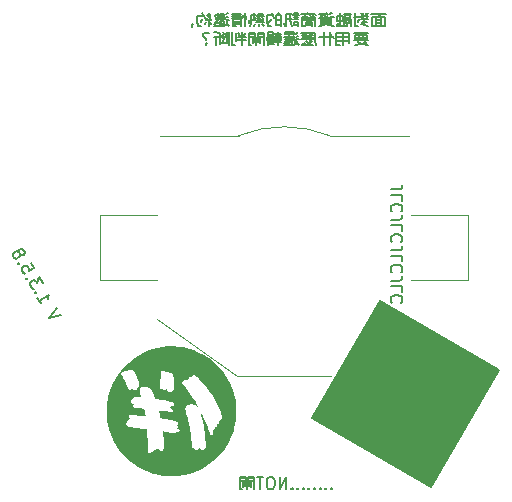
<source format=gbr>
%TF.GenerationSoftware,KiCad,Pcbnew,(6.0.5-0)*%
%TF.CreationDate,2022-06-08T15:30:44+08:00*%
%TF.ProjectId,dtl,64746c2e-6b69-4636-9164-5f7063625858,rev?*%
%TF.SameCoordinates,Original*%
%TF.FileFunction,Legend,Bot*%
%TF.FilePolarity,Positive*%
%FSLAX46Y46*%
G04 Gerber Fmt 4.6, Leading zero omitted, Abs format (unit mm)*
G04 Created by KiCad (PCBNEW (6.0.5-0)) date 2022-06-08 15:30:44*
%MOMM*%
%LPD*%
G01*
G04 APERTURE LIST*
%ADD10C,0.150000*%
%ADD11C,0.200000*%
%ADD12C,0.120000*%
G04 APERTURE END LIST*
D10*
X156652380Y-55380952D02*
X157366666Y-55380952D01*
X157509523Y-55333333D01*
X157604761Y-55238095D01*
X157652380Y-55095238D01*
X157652380Y-55000000D01*
X157652380Y-56333333D02*
X157652380Y-55857142D01*
X156652380Y-55857142D01*
X157557142Y-57238095D02*
X157604761Y-57190476D01*
X157652380Y-57047619D01*
X157652380Y-56952380D01*
X157604761Y-56809523D01*
X157509523Y-56714285D01*
X157414285Y-56666666D01*
X157223809Y-56619047D01*
X157080952Y-56619047D01*
X156890476Y-56666666D01*
X156795238Y-56714285D01*
X156700000Y-56809523D01*
X156652380Y-56952380D01*
X156652380Y-57047619D01*
X156700000Y-57190476D01*
X156747619Y-57238095D01*
X156652380Y-57952380D02*
X157366666Y-57952380D01*
X157509523Y-57904761D01*
X157604761Y-57809523D01*
X157652380Y-57666666D01*
X157652380Y-57571428D01*
X157652380Y-58904761D02*
X157652380Y-58428571D01*
X156652380Y-58428571D01*
X157557142Y-59809523D02*
X157604761Y-59761904D01*
X157652380Y-59619047D01*
X157652380Y-59523809D01*
X157604761Y-59380952D01*
X157509523Y-59285714D01*
X157414285Y-59238095D01*
X157223809Y-59190476D01*
X157080952Y-59190476D01*
X156890476Y-59238095D01*
X156795238Y-59285714D01*
X156700000Y-59380952D01*
X156652380Y-59523809D01*
X156652380Y-59619047D01*
X156700000Y-59761904D01*
X156747619Y-59809523D01*
X156652380Y-60523809D02*
X157366666Y-60523809D01*
X157509523Y-60476190D01*
X157604761Y-60380952D01*
X157652380Y-60238095D01*
X157652380Y-60142857D01*
X157652380Y-61476190D02*
X157652380Y-61000000D01*
X156652380Y-61000000D01*
X157557142Y-62380952D02*
X157604761Y-62333333D01*
X157652380Y-62190476D01*
X157652380Y-62095238D01*
X157604761Y-61952380D01*
X157509523Y-61857142D01*
X157414285Y-61809523D01*
X157223809Y-61761904D01*
X157080952Y-61761904D01*
X156890476Y-61809523D01*
X156795238Y-61857142D01*
X156700000Y-61952380D01*
X156652380Y-62095238D01*
X156652380Y-62190476D01*
X156700000Y-62333333D01*
X156747619Y-62380952D01*
X156652380Y-63095238D02*
X157366666Y-63095238D01*
X157509523Y-63047619D01*
X157604761Y-62952380D01*
X157652380Y-62809523D01*
X157652380Y-62714285D01*
X157652380Y-64047619D02*
X157652380Y-63571428D01*
X156652380Y-63571428D01*
X157557142Y-64952380D02*
X157604761Y-64904761D01*
X157652380Y-64761904D01*
X157652380Y-64666666D01*
X157604761Y-64523809D01*
X157509523Y-64428571D01*
X157414285Y-64380952D01*
X157223809Y-64333333D01*
X157080952Y-64333333D01*
X156890476Y-64380952D01*
X156795238Y-64428571D01*
X156700000Y-64523809D01*
X156652380Y-64666666D01*
X156652380Y-64761904D01*
X156700000Y-64904761D01*
X156747619Y-64952380D01*
X128750918Y-66012941D02*
X127718226Y-66224266D01*
X128417585Y-65435591D01*
X126742036Y-64533455D02*
X127027750Y-65028326D01*
X126884893Y-64780891D02*
X127750918Y-64280891D01*
X127674819Y-64434798D01*
X127639960Y-64564895D01*
X127646339Y-64671183D01*
X126610229Y-64114682D02*
X126545180Y-64097252D01*
X126527750Y-64162301D01*
X126592799Y-64179731D01*
X126610229Y-64114682D01*
X126527750Y-64162301D01*
X127203299Y-63332387D02*
X126893775Y-62796276D01*
X126730528Y-63275427D01*
X126659099Y-63151709D01*
X126570241Y-63093040D01*
X126505192Y-63075610D01*
X126398904Y-63081990D01*
X126192707Y-63201037D01*
X126134038Y-63289896D01*
X126116608Y-63354945D01*
X126122988Y-63461233D01*
X126265845Y-63708669D01*
X126354704Y-63767338D01*
X126419752Y-63784767D01*
X125895943Y-62877503D02*
X125830894Y-62860073D01*
X125813464Y-62925122D01*
X125878513Y-62942552D01*
X125895943Y-62877503D01*
X125813464Y-62925122D01*
X126203299Y-61600336D02*
X126441394Y-62012729D01*
X126052811Y-62292063D01*
X126070241Y-62227014D01*
X126063861Y-62120726D01*
X125944813Y-61914530D01*
X125855955Y-61855861D01*
X125790906Y-61838431D01*
X125684618Y-61844811D01*
X125478421Y-61963858D01*
X125419752Y-62052717D01*
X125402323Y-62117765D01*
X125408702Y-62224054D01*
X125527750Y-62430250D01*
X125616608Y-62488919D01*
X125681657Y-62506349D01*
X125181657Y-61640324D02*
X125116608Y-61622894D01*
X125099178Y-61687943D01*
X125164227Y-61705372D01*
X125181657Y-61640324D01*
X125099178Y-61687943D01*
X125284526Y-60866117D02*
X125373385Y-60924786D01*
X125438434Y-60942216D01*
X125544722Y-60935837D01*
X125585961Y-60912027D01*
X125644630Y-60823169D01*
X125662060Y-60758120D01*
X125655680Y-60651832D01*
X125560442Y-60486874D01*
X125471584Y-60428205D01*
X125406535Y-60410776D01*
X125300247Y-60417155D01*
X125259007Y-60440965D01*
X125200338Y-60529823D01*
X125182908Y-60594872D01*
X125189288Y-60701160D01*
X125284526Y-60866117D01*
X125290906Y-60972406D01*
X125273476Y-61037454D01*
X125214807Y-61126313D01*
X125049850Y-61221551D01*
X124943562Y-61227931D01*
X124878513Y-61210501D01*
X124789655Y-61151832D01*
X124694417Y-60986874D01*
X124688037Y-60880586D01*
X124705467Y-60815537D01*
X124764136Y-60726679D01*
X124929093Y-60631441D01*
X125035381Y-60625061D01*
X125100430Y-60642491D01*
X125189288Y-60701160D01*
X151633333Y-80657142D02*
X151585714Y-80704761D01*
X151633333Y-80752380D01*
X151680952Y-80704761D01*
X151633333Y-80657142D01*
X151633333Y-80752380D01*
X151157142Y-80657142D02*
X151109523Y-80704761D01*
X151157142Y-80752380D01*
X151204761Y-80704761D01*
X151157142Y-80657142D01*
X151157142Y-80752380D01*
X150680952Y-80657142D02*
X150633333Y-80704761D01*
X150680952Y-80752380D01*
X150728571Y-80704761D01*
X150680952Y-80657142D01*
X150680952Y-80752380D01*
X150204761Y-80657142D02*
X150157142Y-80704761D01*
X150204761Y-80752380D01*
X150252380Y-80704761D01*
X150204761Y-80657142D01*
X150204761Y-80752380D01*
X149728571Y-80657142D02*
X149680952Y-80704761D01*
X149728571Y-80752380D01*
X149776190Y-80704761D01*
X149728571Y-80657142D01*
X149728571Y-80752380D01*
X149252380Y-80657142D02*
X149204761Y-80704761D01*
X149252380Y-80752380D01*
X149300000Y-80704761D01*
X149252380Y-80657142D01*
X149252380Y-80752380D01*
X148776190Y-80657142D02*
X148728571Y-80704761D01*
X148776190Y-80752380D01*
X148823809Y-80704761D01*
X148776190Y-80657142D01*
X148776190Y-80752380D01*
X148300000Y-80657142D02*
X148252380Y-80704761D01*
X148300000Y-80752380D01*
X148347619Y-80704761D01*
X148300000Y-80657142D01*
X148300000Y-80752380D01*
X147823809Y-80752380D02*
X147823809Y-79752380D01*
X147252380Y-80752380D01*
X147252380Y-79752380D01*
X146585714Y-79752380D02*
X146395238Y-79752380D01*
X146300000Y-79800000D01*
X146204761Y-79895238D01*
X146157142Y-80085714D01*
X146157142Y-80419047D01*
X146204761Y-80609523D01*
X146300000Y-80704761D01*
X146395238Y-80752380D01*
X146585714Y-80752380D01*
X146680952Y-80704761D01*
X146776190Y-80609523D01*
X146823809Y-80419047D01*
X146823809Y-80085714D01*
X146776190Y-79895238D01*
X146680952Y-79800000D01*
X146585714Y-79752380D01*
X145871428Y-79752380D02*
X145300000Y-79752380D01*
X145585714Y-80752380D02*
X145585714Y-79752380D01*
X145109523Y-79847619D02*
X144633333Y-79847619D01*
X144395238Y-79847619D02*
X143871428Y-79847619D01*
X145109523Y-80038095D02*
X144633333Y-80038095D01*
X144395238Y-80038095D02*
X143871428Y-80038095D01*
X144823809Y-80323809D02*
X144157142Y-80323809D01*
X144823809Y-80514285D02*
X144157142Y-80514285D01*
X144061904Y-80752380D02*
X143871428Y-80752380D01*
X145109523Y-79704761D02*
X145109523Y-80752380D01*
X144823809Y-80180952D02*
X144823809Y-80561904D01*
X145109523Y-79704761D02*
X144585714Y-79704761D01*
X144585714Y-80038095D01*
X144490476Y-80180952D02*
X144490476Y-80752380D01*
X144395238Y-79704761D02*
X144395238Y-80038095D01*
X144823809Y-80180952D02*
X144157142Y-80180952D01*
X144157142Y-80561904D01*
X144395238Y-79704761D02*
X143871428Y-79704761D01*
X143871428Y-80752380D01*
X156247619Y-40499761D02*
X155009523Y-40499761D01*
X155866666Y-41023571D02*
X155390476Y-41023571D01*
X155866666Y-41261666D02*
X155390476Y-41261666D01*
X156152380Y-41499761D02*
X155104761Y-41499761D01*
X156152380Y-40785476D02*
X156152380Y-41547380D01*
X155866666Y-40785476D02*
X155866666Y-41499761D01*
X155390476Y-40785476D02*
X155390476Y-41499761D01*
X156152380Y-40785476D02*
X155104761Y-40785476D01*
X155104761Y-41547380D01*
X155628571Y-40499761D02*
X155723809Y-40737857D01*
X154771428Y-40690238D02*
X154057142Y-40737857D01*
X153533333Y-40785476D01*
X154723809Y-40975952D02*
X154152380Y-40975952D01*
X154676190Y-41214047D02*
X154200000Y-41214047D01*
X153914285Y-41547380D02*
X153723809Y-41547380D01*
X154533333Y-40404523D02*
X154533333Y-40690238D01*
X154438095Y-40975952D02*
X154438095Y-41452142D01*
X154342857Y-40404523D02*
X154342857Y-40690238D01*
X153676190Y-40404523D02*
X153676190Y-41547380D01*
X154723809Y-40452142D02*
X154676190Y-40642619D01*
X154628571Y-40737857D02*
X154580952Y-40928333D01*
X154009523Y-40975952D02*
X153866666Y-41214047D01*
X154152380Y-40452142D02*
X154247619Y-40642619D01*
X154247619Y-40737857D02*
X154295238Y-40928333D01*
X154152380Y-41404523D02*
X154771428Y-41499761D01*
X153295238Y-40499761D02*
X152676190Y-40499761D01*
X153200000Y-40833095D02*
X152771428Y-40833095D01*
X152580952Y-41118809D02*
X152104761Y-41118809D01*
X152914285Y-41166428D02*
X152676190Y-41166428D01*
X153152380Y-41261666D02*
X152819047Y-41261666D01*
X152866666Y-41547380D02*
X152676190Y-41547380D01*
X153295238Y-40975952D02*
X153295238Y-41547380D01*
X153200000Y-40642619D02*
X153200000Y-40833095D01*
X152961904Y-41261666D02*
X152961904Y-41499761D01*
X153200000Y-40642619D02*
X152771428Y-40642619D01*
X152771428Y-40833095D01*
X153295238Y-40975952D02*
X152676190Y-40975952D01*
X152676190Y-41547380D01*
X152580952Y-40690238D02*
X152580952Y-41118809D01*
X152342857Y-40404523D02*
X152342857Y-41499761D01*
X152580952Y-40690238D02*
X152104761Y-40690238D01*
X152104761Y-41118809D01*
X152914285Y-40975952D02*
X152914285Y-41166428D01*
X153057142Y-40975952D02*
X153104761Y-41166428D01*
X152200000Y-41261666D02*
X152104761Y-41499761D01*
X152628571Y-41499761D01*
X151628571Y-41023571D02*
X150771428Y-41023571D01*
X151628571Y-41214047D02*
X150771428Y-41214047D01*
X151628571Y-41356904D02*
X150771428Y-41356904D01*
X151628571Y-40880714D02*
X151628571Y-41356904D01*
X151628571Y-40880714D02*
X150771428Y-40880714D01*
X150723809Y-41356904D01*
X150961904Y-40595000D02*
X150866666Y-40737857D01*
X150628571Y-40833095D01*
X151247619Y-40547380D02*
X150628571Y-40547380D01*
X150771428Y-40642619D01*
X151152380Y-40404523D02*
X151390476Y-40642619D01*
X151723809Y-40452142D02*
X151438095Y-40547380D01*
X151009523Y-41452142D02*
X150580952Y-41547380D01*
X151485714Y-40737857D02*
X151819047Y-40785476D01*
X151009523Y-40547380D02*
X151152380Y-40737857D01*
X151390476Y-40785476D01*
X151390476Y-41452142D02*
X151819047Y-41547380D01*
X150200000Y-40547380D02*
X149771428Y-40547380D01*
X149676190Y-40547380D02*
X149104761Y-40547380D01*
X150247619Y-40880714D02*
X149819047Y-40880714D01*
X149628571Y-40880714D02*
X149152380Y-40880714D01*
X150247619Y-41023571D02*
X149819047Y-41023571D01*
X149628571Y-41023571D02*
X149152380Y-41023571D01*
X149961904Y-41309285D02*
X149485714Y-41309285D01*
X149961904Y-41452142D02*
X149485714Y-41452142D01*
X149390476Y-41547380D02*
X149152380Y-41547380D01*
X150247619Y-40737857D02*
X150247619Y-41547380D01*
X149961904Y-41166428D02*
X149961904Y-41499761D01*
X150247619Y-40737857D02*
X149819047Y-40737857D01*
X149819047Y-41023571D01*
X149628571Y-40737857D02*
X149628571Y-41023571D01*
X149961904Y-41166428D02*
X149485714Y-41166428D01*
X149485714Y-41452142D01*
X149628571Y-40737857D02*
X149152380Y-40737857D01*
X149152380Y-41547380D01*
X150104761Y-40547380D02*
X150057142Y-40642619D01*
X149533333Y-40547380D02*
X149390476Y-40642619D01*
X150200000Y-40499761D02*
X150342857Y-40642619D01*
X149580952Y-40452142D02*
X149819047Y-40642619D01*
X148819047Y-40452142D02*
X148485714Y-40452142D01*
X148866666Y-40642619D02*
X148390476Y-40642619D01*
X148819047Y-40785476D02*
X148438095Y-40785476D01*
X148342857Y-40928333D02*
X147914285Y-40928333D01*
X148819047Y-40975952D02*
X148438095Y-40975952D01*
X148819047Y-41452142D02*
X148438095Y-41452142D01*
X148819047Y-41166428D02*
X148819047Y-41547380D01*
X148819047Y-41166428D02*
X148438095Y-41166428D01*
X148438095Y-41452142D01*
X148152380Y-40499761D02*
X148152380Y-41118809D01*
X148342857Y-41499761D01*
X148342857Y-40499761D02*
X147771428Y-40499761D01*
X147771428Y-41261666D01*
X147771428Y-41499761D01*
X147628571Y-41309285D02*
X147676190Y-41547380D01*
X148152380Y-40833095D02*
X148200000Y-41356904D01*
X147390476Y-41023571D02*
X146914285Y-41023571D01*
X147390476Y-41452142D02*
X146914285Y-41452142D01*
X146533333Y-41547380D02*
X146247619Y-41547380D01*
X147390476Y-40642619D02*
X147390476Y-41547380D01*
X147390476Y-40642619D02*
X146914285Y-40642619D01*
X146914285Y-41452142D01*
X146628571Y-40928333D02*
X146390476Y-41214047D01*
X147152380Y-40404523D02*
X147247619Y-40642619D01*
X146580952Y-40404523D02*
X146819047Y-40880714D01*
X146676190Y-40642619D02*
X146152380Y-40642619D01*
X146152380Y-41118809D01*
X146247619Y-41547380D01*
X145819047Y-40547380D02*
X145390476Y-40547380D01*
X145914285Y-40690238D02*
X145342857Y-40690238D01*
X145485714Y-40880714D02*
X145342857Y-40880714D01*
X145866666Y-41023571D02*
X145342857Y-41023571D01*
X145914285Y-41214047D02*
X145580952Y-41214047D01*
X144819047Y-41261666D02*
X144676190Y-41261666D01*
X145485714Y-41356904D02*
X145485714Y-41547380D01*
X145247619Y-40642619D02*
X144819047Y-40642619D01*
X144819047Y-41214047D01*
X144866666Y-41356904D02*
X144723809Y-41547380D01*
X145057142Y-40404523D02*
X145057142Y-40880714D01*
X144961904Y-41023571D01*
X145771428Y-41404523D02*
X145914285Y-41547380D01*
X145723809Y-40785476D02*
X145866666Y-40928333D01*
X145200000Y-41356904D02*
X145104761Y-41547380D01*
X145247619Y-40833095D02*
X145057142Y-40928333D01*
X145628571Y-40404523D02*
X145580952Y-40690238D01*
X145485714Y-40880714D01*
X144676190Y-41023571D02*
X144676190Y-41261666D01*
X145247619Y-41214047D02*
X145342857Y-41214047D01*
X145628571Y-41214047D01*
X145057142Y-40547380D02*
X145152380Y-41071190D01*
X145628571Y-40880714D02*
X145533333Y-41214047D01*
X145771428Y-41214047D01*
X144009523Y-40547380D02*
X143247619Y-40547380D01*
X144009523Y-40690238D02*
X143247619Y-40690238D01*
X144057142Y-40833095D02*
X143200000Y-40833095D01*
X143961904Y-41166428D02*
X143342857Y-41166428D01*
X143961904Y-41356904D02*
X143342857Y-41356904D01*
X143533333Y-41547380D02*
X143342857Y-41547380D01*
X144295238Y-40404523D02*
X144295238Y-41547380D01*
X143961904Y-40975952D02*
X143961904Y-41547380D01*
X143628571Y-40404523D02*
X143628571Y-40833095D01*
X143961904Y-40975952D02*
X143342857Y-40975952D01*
X143342857Y-41547380D01*
X144152380Y-40642619D02*
X144152380Y-40785476D01*
X144390476Y-40690238D02*
X144438095Y-40975952D01*
X142580952Y-40690238D02*
X142247619Y-40690238D01*
X142580952Y-40833095D02*
X142247619Y-40833095D01*
X142676190Y-40975952D02*
X142200000Y-40975952D01*
X142533333Y-41547380D02*
X141723809Y-41547380D01*
X142580952Y-40547380D02*
X142580952Y-40833095D01*
X142580952Y-40547380D02*
X142247619Y-40547380D01*
X142247619Y-40833095D01*
X141914285Y-41214047D02*
X141723809Y-41404523D01*
X142961904Y-41023571D02*
X142771428Y-41023571D01*
X142771428Y-41356904D01*
X142961904Y-41547380D01*
X141961904Y-41166428D02*
X142200000Y-41404523D01*
X142009523Y-40928333D02*
X141819047Y-41356904D01*
X142914285Y-40452142D02*
X142723809Y-40547380D01*
X142914285Y-40737857D02*
X142723809Y-40785476D01*
X141866666Y-40880714D02*
X142057142Y-41309285D01*
X142438095Y-40404523D02*
X142438095Y-40547380D01*
X142295238Y-41404523D02*
X142438095Y-41404523D01*
X142104761Y-40690238D02*
X141914285Y-41214047D01*
X142104761Y-40690238D02*
X141771428Y-40642619D01*
X141961904Y-41214047D01*
X142438095Y-40833095D02*
X142438095Y-40975952D01*
X142580952Y-41356904D01*
X142057142Y-40404523D02*
X142200000Y-40928333D01*
X142771428Y-41404523D02*
X142580952Y-41499761D01*
X142247619Y-41547380D01*
X142485714Y-41118809D02*
X142247619Y-41118809D01*
X142295238Y-41404523D01*
X141485714Y-41023571D02*
X141057142Y-41023571D01*
X140628571Y-41547380D02*
X140342857Y-41547380D01*
X141247619Y-41023571D02*
X141247619Y-41547380D01*
X141390476Y-40690238D02*
X141247619Y-40785476D01*
X141438095Y-41023571D01*
X141057142Y-41166428D02*
X140961904Y-41356904D01*
X141104761Y-40833095D02*
X141009523Y-41071190D01*
X140676190Y-40975952D02*
X140580952Y-41214047D01*
X141295238Y-40404523D02*
X141390476Y-40690238D01*
X141104761Y-40595000D02*
X141247619Y-40785476D01*
X140723809Y-40404523D02*
X140914285Y-40833095D01*
X141390476Y-41166428D02*
X141485714Y-41404523D01*
X140819047Y-40690238D02*
X140247619Y-40690238D01*
X140247619Y-41118809D01*
X140342857Y-41547380D01*
X139866666Y-41356904D02*
X139819047Y-41404523D01*
X139866666Y-41452142D01*
X139914285Y-41404523D01*
X139866666Y-41356904D01*
X139866666Y-41452142D01*
X139819047Y-41404523D02*
X139819047Y-41547380D01*
X139866666Y-41595000D01*
X154723809Y-42109761D02*
X153580952Y-42109761D01*
X154676190Y-42538333D02*
X153628571Y-42538333D01*
X154771428Y-42728809D02*
X153533333Y-42728809D01*
X154676190Y-42300238D02*
X154676190Y-42538333D01*
X154342857Y-42109761D02*
X154342857Y-42538333D01*
X153961904Y-42109761D02*
X153961904Y-42538333D01*
X154676190Y-42300238D02*
X153628571Y-42300238D01*
X153628571Y-42538333D01*
X153819047Y-42728809D02*
X154009523Y-42966904D01*
X154200000Y-43062142D01*
X154771428Y-43157380D01*
X154295238Y-42633571D02*
X154580952Y-42966904D01*
X153628571Y-43109761D01*
X153104761Y-42443095D02*
X152057142Y-42443095D01*
X153104761Y-42776428D02*
X152057142Y-42776428D01*
X152342857Y-43157380D02*
X152057142Y-43157380D01*
X152628571Y-42109761D02*
X152628571Y-43157380D01*
X153104761Y-42109761D02*
X152057142Y-42109761D01*
X152057142Y-43157380D01*
X153104761Y-42109761D02*
X153104761Y-42728809D01*
X153152380Y-43014523D01*
X151438095Y-42490714D02*
X150580952Y-42490714D01*
X151533333Y-42252619D02*
X151533333Y-43157380D01*
X151009523Y-42014523D02*
X151009523Y-43157380D01*
X151580952Y-42347857D02*
X151819047Y-42538333D01*
X151485714Y-42014523D02*
X151628571Y-42347857D01*
X150247619Y-42157380D02*
X149104761Y-42157380D01*
X150104761Y-42300238D02*
X149723809Y-42300238D01*
X149580952Y-42300238D02*
X149152380Y-42300238D01*
X149247619Y-42633571D02*
X149104761Y-42633571D01*
X150104761Y-43157380D02*
X149152380Y-43157380D01*
X149914285Y-42205000D02*
X149914285Y-42633571D01*
X149723809Y-42395476D02*
X149723809Y-42585952D01*
X149676190Y-42014523D02*
X149676190Y-42157380D01*
X149390476Y-42205000D02*
X149390476Y-42633571D01*
X149200000Y-42395476D02*
X149200000Y-42633571D01*
X149295238Y-43014523D02*
X149152380Y-43157380D01*
X149438095Y-42966904D02*
X149295238Y-43014523D01*
X149723809Y-42681190D02*
X149914285Y-42871666D01*
X149485714Y-42776428D02*
X149676190Y-42966904D01*
X150009523Y-42824047D02*
X149771428Y-42966904D01*
X149723809Y-43014523D02*
X149914285Y-43109761D01*
X150057142Y-42443095D02*
X150104761Y-42681190D01*
X149580952Y-42395476D02*
X149580952Y-42633571D01*
X150247619Y-42157380D02*
X150247619Y-42776428D01*
X150295238Y-43157380D01*
X148485714Y-42252619D02*
X147676190Y-42252619D01*
X148057142Y-42490714D02*
X147628571Y-42490714D01*
X148057142Y-42633571D02*
X147676190Y-42633571D01*
X148580952Y-42728809D02*
X148200000Y-42728809D01*
X148057142Y-42824047D02*
X147676190Y-42824047D01*
X148057142Y-42966904D02*
X147628571Y-42966904D01*
X148438095Y-43157380D02*
X147628571Y-43157380D01*
X148485714Y-42062142D02*
X148485714Y-42252619D01*
X148342857Y-42681190D02*
X148342857Y-43062142D01*
X148009523Y-42395476D02*
X148009523Y-43062142D01*
X147819047Y-42395476D02*
X147819047Y-42966904D01*
X148819047Y-42062142D02*
X148676190Y-42205000D01*
X148295238Y-42585952D02*
X148152380Y-42728809D01*
X148533333Y-42443095D02*
X148390476Y-42538333D01*
X148819047Y-42347857D02*
X148676190Y-42443095D01*
X148866666Y-42633571D02*
X148676190Y-42633571D01*
X148723809Y-43014523D01*
X148866666Y-43157380D01*
X148390476Y-42347857D02*
X148485714Y-42443095D01*
X148247619Y-42443095D02*
X148533333Y-42681190D01*
X148247619Y-42776428D02*
X148200000Y-42919285D01*
X148533333Y-42776428D02*
X148533333Y-42966904D01*
X148009523Y-42300238D02*
X148152380Y-42585952D01*
X148247619Y-42062142D02*
X148247619Y-42252619D01*
X147961904Y-42062142D02*
X147961904Y-42252619D01*
X148485714Y-42062142D02*
X147676190Y-42062142D01*
X147723809Y-42252619D01*
X148723809Y-43014523D02*
X148485714Y-43109761D01*
X148200000Y-43157380D01*
X147390476Y-42205000D02*
X146819047Y-42205000D01*
X146723809Y-42300238D02*
X146247619Y-42300238D01*
X147342857Y-42538333D02*
X146866666Y-42538333D01*
X146676190Y-42633571D02*
X146247619Y-42633571D01*
X147342857Y-42728809D02*
X146866666Y-42728809D01*
X146676190Y-42824047D02*
X146247619Y-42824047D01*
X147390476Y-42919285D02*
X146819047Y-42919285D01*
X146723809Y-43014523D02*
X146247619Y-43014523D01*
X146819047Y-43062142D02*
X146390476Y-43062142D01*
X147342857Y-42347857D02*
X147342857Y-42728809D01*
X147104761Y-42014523D02*
X147104761Y-43157380D01*
X147342857Y-42347857D02*
X146866666Y-42347857D01*
X146866666Y-42728809D01*
X146723809Y-42062142D02*
X146723809Y-42300238D01*
X146676190Y-42443095D02*
X146676190Y-43014523D01*
X146771428Y-42443095D02*
X146200000Y-42443095D01*
X146247619Y-43157380D01*
X146723809Y-42062142D02*
X146247619Y-42062142D01*
X146247619Y-42300238D01*
X145914285Y-42252619D02*
X145438095Y-42252619D01*
X145200000Y-42252619D02*
X144676190Y-42252619D01*
X145914285Y-42443095D02*
X145438095Y-42443095D01*
X145200000Y-42443095D02*
X144676190Y-42443095D01*
X145628571Y-42728809D02*
X144961904Y-42728809D01*
X145628571Y-42919285D02*
X144961904Y-42919285D01*
X144866666Y-43157380D02*
X144676190Y-43157380D01*
X145914285Y-42109761D02*
X145914285Y-43157380D01*
X145628571Y-42585952D02*
X145628571Y-42966904D01*
X145914285Y-42109761D02*
X145390476Y-42109761D01*
X145390476Y-42443095D01*
X145295238Y-42585952D02*
X145295238Y-43157380D01*
X145200000Y-42109761D02*
X145200000Y-42443095D01*
X145628571Y-42585952D02*
X144961904Y-42585952D01*
X144961904Y-42966904D01*
X145200000Y-42109761D02*
X144676190Y-42109761D01*
X144676190Y-43157380D01*
X144390476Y-42443095D02*
X143723809Y-42443095D01*
X144438095Y-42728809D02*
X143676190Y-42728809D01*
X143485714Y-43157380D02*
X143200000Y-43157380D01*
X144057142Y-42014523D02*
X144057142Y-43157380D01*
X143580952Y-42157380D02*
X143580952Y-42824047D01*
X143200000Y-42062142D02*
X143200000Y-43157380D01*
X144342857Y-42109761D02*
X144247619Y-42347857D01*
X143771428Y-42109761D02*
X143866666Y-42347857D01*
X142914285Y-42395476D02*
X142628571Y-42395476D01*
X142580952Y-42395476D02*
X142295238Y-42395476D01*
X142200000Y-42490714D02*
X141723809Y-42490714D01*
X142961904Y-42490714D02*
X142295238Y-42490714D01*
X142580952Y-42966904D02*
X142295238Y-42966904D01*
X142961904Y-43014523D02*
X142342857Y-43014523D01*
X142961904Y-42062142D02*
X142961904Y-43109761D01*
X141866666Y-42490714D02*
X141866666Y-43157380D01*
X142866666Y-42205000D02*
X142771428Y-42300238D01*
X142866666Y-42681190D02*
X142771428Y-42824047D01*
X142771428Y-42062142D02*
X142819047Y-42205000D01*
X142914285Y-42966904D02*
X142676190Y-42919285D01*
X142676190Y-42966904D01*
X142723809Y-42157380D02*
X142819047Y-42395476D01*
X142771428Y-42585952D02*
X142771428Y-42681190D01*
X142819047Y-42919285D01*
X142485714Y-42062142D02*
X142533333Y-42205000D01*
X142438095Y-42252619D01*
X142485714Y-42395476D01*
X142485714Y-42538333D02*
X142533333Y-42681190D01*
X142438095Y-42776428D01*
X142485714Y-42919285D01*
X141723809Y-42062142D02*
X142200000Y-42157380D01*
X142200000Y-42776428D01*
X142247619Y-43062142D01*
X141057142Y-43014523D02*
X141009523Y-43062142D01*
X141057142Y-43109761D01*
X141104761Y-43062142D01*
X141057142Y-43014523D01*
X141057142Y-43109761D01*
X141247619Y-42157380D02*
X141152380Y-42109761D01*
X140914285Y-42109761D01*
X140819047Y-42157380D01*
X140771428Y-42252619D01*
X140771428Y-42347857D01*
X140819047Y-42443095D01*
X140866666Y-42490714D01*
X140961904Y-42538333D01*
X141009523Y-42585952D01*
X141057142Y-42681190D01*
X141057142Y-42728809D01*
D11*
G36*
X165837348Y-70633925D02*
G01*
X160096949Y-80576589D01*
X150000305Y-74747289D01*
X155740705Y-64804625D01*
X165837348Y-70633925D01*
G37*
X165837348Y-70633925D02*
X160096949Y-80576589D01*
X150000305Y-74747289D01*
X155740705Y-64804625D01*
X165837348Y-70633925D01*
%TO.C,G\u002A\u002A\u002A*%
G36*
X143562611Y-74802680D02*
G01*
X143542427Y-74969240D01*
X143513913Y-75136948D01*
X143475834Y-75316295D01*
X143426952Y-75517770D01*
X143407911Y-75591647D01*
X143349087Y-75801286D01*
X143286369Y-75993433D01*
X143214853Y-76181276D01*
X143129639Y-76377999D01*
X143025825Y-76596789D01*
X142851419Y-76924086D01*
X142597620Y-77322499D01*
X142312266Y-77694782D01*
X141997398Y-78039514D01*
X141655055Y-78355275D01*
X141287279Y-78640644D01*
X140896110Y-78894201D01*
X140483589Y-79114525D01*
X140051756Y-79300197D01*
X139602652Y-79449795D01*
X139138317Y-79561901D01*
X138660792Y-79635092D01*
X138597596Y-79640642D01*
X138461418Y-79647187D01*
X138298486Y-79650166D01*
X138118550Y-79649792D01*
X137931357Y-79646282D01*
X137746656Y-79639849D01*
X137574197Y-79630711D01*
X137423727Y-79619081D01*
X137304995Y-79605174D01*
X137162478Y-79580839D01*
X136967453Y-79540773D01*
X136761955Y-79492466D01*
X136559123Y-79439220D01*
X136372093Y-79384334D01*
X136214003Y-79331109D01*
X136163356Y-79311891D01*
X135987807Y-79238706D01*
X135794995Y-79150132D01*
X135596397Y-79051971D01*
X135403487Y-78950026D01*
X135227744Y-78850101D01*
X135080642Y-78757998D01*
X135054507Y-78740419D01*
X134658825Y-78448282D01*
X134294936Y-78128907D01*
X133963624Y-77783183D01*
X133665674Y-77411996D01*
X133401868Y-77016236D01*
X133172990Y-76596789D01*
X133137011Y-76522666D01*
X133039761Y-76312471D01*
X132959523Y-76120069D01*
X132891395Y-75932276D01*
X132830476Y-75735904D01*
X132771863Y-75517770D01*
X132756041Y-75454607D01*
X132712565Y-75270059D01*
X134274899Y-75270059D01*
X134280812Y-75313686D01*
X134296604Y-75351498D01*
X134325204Y-75384469D01*
X134369540Y-75413572D01*
X134432539Y-75439781D01*
X134517129Y-75464070D01*
X134626237Y-75487414D01*
X134762792Y-75510784D01*
X134929720Y-75535157D01*
X135129950Y-75561504D01*
X135366410Y-75590801D01*
X135642026Y-75624021D01*
X135674692Y-75628005D01*
X135783135Y-75642211D01*
X135876718Y-75655913D01*
X135946357Y-75667718D01*
X135982970Y-75676237D01*
X135999783Y-75684900D01*
X136015275Y-75704619D01*
X136025821Y-75741693D01*
X136033555Y-75804451D01*
X136040610Y-75901224D01*
X136047165Y-76005164D01*
X136063456Y-76276593D01*
X136076151Y-76511891D01*
X136085413Y-76715555D01*
X136091403Y-76892084D01*
X136094285Y-77045975D01*
X136094221Y-77181725D01*
X136091375Y-77303833D01*
X136088171Y-77395523D01*
X136085515Y-77493928D01*
X136085722Y-77562310D01*
X136089534Y-77607881D01*
X136097691Y-77637854D01*
X136110934Y-77659441D01*
X136130004Y-77679854D01*
X136130221Y-77680071D01*
X136181798Y-77715447D01*
X136235187Y-77730151D01*
X136236337Y-77730137D01*
X136283195Y-77716059D01*
X136334947Y-77683229D01*
X136376828Y-77643087D01*
X136394070Y-77607072D01*
X136394359Y-77605241D01*
X136416442Y-77586770D01*
X136462919Y-77568741D01*
X136512968Y-77545220D01*
X136563544Y-77483012D01*
X136564481Y-77481060D01*
X136585207Y-77445361D01*
X136612203Y-77424125D01*
X136657472Y-77411620D01*
X136733019Y-77402118D01*
X136801055Y-77392212D01*
X136872122Y-77375673D01*
X136917636Y-77357677D01*
X136962736Y-77334107D01*
X137011518Y-77330763D01*
X137052708Y-77363077D01*
X137093420Y-77434143D01*
X137125375Y-77490482D01*
X137179712Y-77544905D01*
X137237375Y-77561298D01*
X137295475Y-77541826D01*
X137351125Y-77488654D01*
X137401436Y-77403947D01*
X137443518Y-77289868D01*
X137474485Y-77148583D01*
X137477637Y-77126983D01*
X137484253Y-77056479D01*
X137486045Y-76975186D01*
X137482652Y-76877939D01*
X137473712Y-76759569D01*
X137458864Y-76614911D01*
X137437748Y-76438798D01*
X137410001Y-76226064D01*
X137403006Y-76173803D01*
X137387084Y-76052856D01*
X137376704Y-75966381D01*
X137371799Y-75908827D01*
X137372305Y-75874642D01*
X137378154Y-75858277D01*
X137389281Y-75854180D01*
X137405621Y-75856800D01*
X137407308Y-75857168D01*
X137532467Y-75883436D01*
X137669427Y-75910483D01*
X137811518Y-75937172D01*
X137952073Y-75962364D01*
X138084424Y-75984924D01*
X138201902Y-76003714D01*
X138297841Y-76017597D01*
X138365571Y-76025436D01*
X138398425Y-76026094D01*
X138436586Y-76005268D01*
X138471177Y-75958515D01*
X138472256Y-75955726D01*
X138496142Y-75919015D01*
X138528684Y-75918540D01*
X138543967Y-75924383D01*
X138629668Y-75945937D01*
X138693348Y-75937081D01*
X138742232Y-75897087D01*
X138745731Y-75892557D01*
X138775626Y-75845707D01*
X138787898Y-75811109D01*
X138777131Y-75757806D01*
X138734031Y-75693861D01*
X138668558Y-75653154D01*
X138632917Y-75640381D01*
X138593960Y-75616149D01*
X138588464Y-75582188D01*
X138611104Y-75526786D01*
X138611135Y-75526723D01*
X138632287Y-75477141D01*
X138631589Y-75441068D01*
X138608603Y-75395477D01*
X138605805Y-75390729D01*
X138584626Y-75348588D01*
X138587641Y-75320316D01*
X138616262Y-75285662D01*
X138620240Y-75281224D01*
X138652837Y-75216476D01*
X138657474Y-75142614D01*
X138632645Y-75078650D01*
X138624013Y-75070192D01*
X138570544Y-75042285D01*
X138476144Y-75010391D01*
X138341727Y-74974736D01*
X138168205Y-74935550D01*
X137956491Y-74893060D01*
X137707497Y-74847494D01*
X137614273Y-74830896D01*
X137482726Y-74806746D01*
X137369200Y-74785031D01*
X137279632Y-74766925D01*
X137219957Y-74753605D01*
X137196110Y-74746244D01*
X137192897Y-74740052D01*
X137180835Y-74700276D01*
X137163869Y-74632109D01*
X137143809Y-74544260D01*
X137122465Y-74445436D01*
X137101651Y-74344344D01*
X137083176Y-74249691D01*
X137068853Y-74170186D01*
X137060492Y-74114537D01*
X137059905Y-74091449D01*
X137074540Y-74091131D01*
X137126167Y-74095854D01*
X137209398Y-74105654D01*
X137318468Y-74119805D01*
X137447613Y-74137582D01*
X137591069Y-74158260D01*
X137717424Y-74176704D01*
X137862730Y-74196917D01*
X137974555Y-74210288D01*
X138057792Y-74216657D01*
X138117337Y-74215866D01*
X138158085Y-74207755D01*
X138184930Y-74192164D01*
X138202767Y-74168935D01*
X138216491Y-74137908D01*
X138225377Y-74083881D01*
X138205026Y-74013657D01*
X138153383Y-73954639D01*
X138076566Y-73916509D01*
X138024465Y-73897130D01*
X137979864Y-73864890D01*
X137969114Y-73830857D01*
X137995983Y-73800459D01*
X138033663Y-73773232D01*
X138079287Y-73731610D01*
X138126416Y-73698933D01*
X138182023Y-73683945D01*
X138239958Y-73675512D01*
X138301624Y-73640021D01*
X138336461Y-73585168D01*
X138339545Y-73520088D01*
X138305955Y-73453918D01*
X138276210Y-73432239D01*
X138205873Y-73402567D01*
X138097322Y-73369099D01*
X137949781Y-73331638D01*
X137762472Y-73289992D01*
X137534618Y-73243965D01*
X137265442Y-73193363D01*
X136770426Y-73103001D01*
X136741702Y-73038636D01*
X136722365Y-72995029D01*
X136690277Y-72922362D01*
X136650065Y-72831122D01*
X136606216Y-72731480D01*
X136533483Y-72570885D01*
X136466613Y-72436103D01*
X136407541Y-72334216D01*
X136353436Y-72261451D01*
X136301468Y-72214033D01*
X136248806Y-72188190D01*
X136192618Y-72180148D01*
X136163137Y-72172464D01*
X136125121Y-72139942D01*
X136110647Y-72124803D01*
X136074544Y-72102409D01*
X137099055Y-72102409D01*
X137101672Y-72139683D01*
X137109102Y-72165872D01*
X137121163Y-72187677D01*
X137164747Y-72228410D01*
X137224526Y-72254941D01*
X137285311Y-72273888D01*
X137339675Y-72300223D01*
X137346568Y-72304382D01*
X137388030Y-72318144D01*
X137450240Y-72321741D01*
X137543570Y-72315975D01*
X137605666Y-72310563D01*
X137661639Y-72308075D01*
X137692138Y-72313444D01*
X137706850Y-72328983D01*
X137715463Y-72357004D01*
X137738056Y-72402520D01*
X137781984Y-72446835D01*
X137816480Y-72463958D01*
X137902186Y-72485244D01*
X138001656Y-72492436D01*
X138097661Y-72484871D01*
X138172969Y-72461885D01*
X138182703Y-72456611D01*
X138218982Y-72431368D01*
X138247214Y-72398126D01*
X138268245Y-72351984D01*
X138282926Y-72288039D01*
X138292104Y-72201387D01*
X138296627Y-72087128D01*
X138297345Y-71940357D01*
X138295106Y-71756172D01*
X138294583Y-71725575D01*
X138294152Y-71704150D01*
X138978557Y-71704150D01*
X138978559Y-71704531D01*
X138994236Y-71752979D01*
X139039168Y-71826385D01*
X139111242Y-71921289D01*
X139126642Y-71940357D01*
X139145704Y-71963960D01*
X139316758Y-72183121D01*
X139491598Y-72418341D01*
X139665650Y-72662811D01*
X139834340Y-72909724D01*
X139993094Y-73152273D01*
X140137339Y-73383652D01*
X140262499Y-73597053D01*
X140364002Y-73785669D01*
X140392776Y-73844168D01*
X140405401Y-73878734D01*
X140400454Y-73892997D01*
X140379151Y-73895789D01*
X140348085Y-73883931D01*
X140318153Y-73837532D01*
X140310683Y-73820522D01*
X140274518Y-73764469D01*
X140226047Y-73708583D01*
X140210823Y-73693833D01*
X140166031Y-73658102D01*
X140123808Y-73645798D01*
X140064745Y-73649853D01*
X140063392Y-73650034D01*
X140004897Y-73654399D01*
X139972377Y-73644138D01*
X139950880Y-73614624D01*
X139910249Y-73550693D01*
X139846573Y-73492514D01*
X139778475Y-73472102D01*
X139715514Y-73479367D01*
X139655760Y-73513760D01*
X139624717Y-73577848D01*
X139617274Y-73605073D01*
X139593978Y-73634646D01*
X139546012Y-73641577D01*
X139545049Y-73641578D01*
X139469291Y-73649316D01*
X139393344Y-73668918D01*
X139331372Y-73695641D01*
X139297539Y-73724746D01*
X139294835Y-73732080D01*
X139287307Y-73778678D01*
X139282059Y-73851462D01*
X139280094Y-73938157D01*
X139281128Y-74000227D01*
X139287398Y-74081101D01*
X139301466Y-74162958D01*
X139325732Y-74258681D01*
X139362594Y-74381150D01*
X139390859Y-74473357D01*
X139489940Y-74831988D01*
X139576424Y-75201457D01*
X139644799Y-75558758D01*
X139645098Y-75560546D01*
X139663180Y-75673838D01*
X139683873Y-75811109D01*
X139684947Y-75818232D01*
X139709291Y-75985617D01*
X139735099Y-76167882D01*
X139761262Y-76356916D01*
X139786668Y-76544608D01*
X139810209Y-76722847D01*
X139830772Y-76883522D01*
X139847247Y-77018523D01*
X139858525Y-77119739D01*
X139872942Y-77261370D01*
X139971246Y-77286779D01*
X139987855Y-77291370D01*
X140062197Y-77325017D01*
X140112198Y-77378175D01*
X140120662Y-77390656D01*
X140166320Y-77433933D01*
X140228712Y-77449359D01*
X140297203Y-77446397D01*
X140354705Y-77417840D01*
X140385353Y-77359696D01*
X140405361Y-77320424D01*
X140449538Y-77306464D01*
X140485916Y-77303984D01*
X140533872Y-77293606D01*
X140554282Y-77290735D01*
X140567381Y-77313589D01*
X140567384Y-77314220D01*
X140586542Y-77360123D01*
X140636534Y-77392057D01*
X140707607Y-77407838D01*
X140790009Y-77405284D01*
X140873986Y-77382212D01*
X140892534Y-77373527D01*
X140926439Y-77349102D01*
X140951841Y-77313089D01*
X140969674Y-77260373D01*
X140980873Y-77185842D01*
X140986372Y-77084382D01*
X140987107Y-76950880D01*
X140984010Y-76780221D01*
X140983411Y-76758371D01*
X140970483Y-76520321D01*
X140945803Y-76251133D01*
X140910656Y-75959109D01*
X140866327Y-75652550D01*
X140814102Y-75339756D01*
X140755264Y-75029027D01*
X140691098Y-74728666D01*
X140622889Y-74446973D01*
X140613914Y-74411982D01*
X140589384Y-74312443D01*
X140570761Y-74230893D01*
X140559731Y-74174978D01*
X140557977Y-74152343D01*
X140568823Y-74160686D01*
X140594364Y-74203534D01*
X140632036Y-74278130D01*
X140680070Y-74380301D01*
X140736698Y-74505871D01*
X140800150Y-74650667D01*
X140868656Y-74810513D01*
X140940448Y-74981236D01*
X141013756Y-75158659D01*
X141086811Y-75338610D01*
X141157844Y-75516914D01*
X141225086Y-75689395D01*
X141286767Y-75851880D01*
X141341118Y-76000194D01*
X141370130Y-76074447D01*
X141410635Y-76149297D01*
X141453342Y-76188218D01*
X141502892Y-76194804D01*
X141563927Y-76172646D01*
X141595612Y-76152106D01*
X141631918Y-76102074D01*
X141642230Y-76029839D01*
X141628367Y-75928508D01*
X141626466Y-75919617D01*
X141615900Y-75860095D01*
X141618428Y-75818045D01*
X141638190Y-75776367D01*
X141679323Y-75717960D01*
X141710328Y-75671617D01*
X141741594Y-75612743D01*
X141753703Y-75571808D01*
X141754111Y-75562076D01*
X141768916Y-75534353D01*
X141813207Y-75526981D01*
X141861591Y-75522369D01*
X141915465Y-75494761D01*
X141948449Y-75437433D01*
X141965130Y-75344886D01*
X141972197Y-75280159D01*
X141983391Y-75239050D01*
X142004352Y-75218034D01*
X142041444Y-75205488D01*
X142105305Y-75169193D01*
X142143511Y-75099598D01*
X142156205Y-74996376D01*
X142156209Y-74992924D01*
X142159609Y-74940385D01*
X142174320Y-74917590D01*
X142207652Y-74912636D01*
X142245044Y-74906105D01*
X142291557Y-74880179D01*
X142298899Y-74871254D01*
X142321149Y-74826458D01*
X142338369Y-74769701D01*
X142346284Y-74717779D01*
X142340617Y-74687485D01*
X142339238Y-74684912D01*
X142342460Y-74654016D01*
X142359285Y-74604353D01*
X142366699Y-74585756D01*
X142376116Y-74549333D01*
X142373918Y-74510806D01*
X142358396Y-74457903D01*
X142327845Y-74378349D01*
X142252795Y-74197432D01*
X142107320Y-73876685D01*
X141943458Y-73546237D01*
X141767919Y-73218892D01*
X141587415Y-72907455D01*
X141408658Y-72624729D01*
X141387773Y-72593508D01*
X141242263Y-72384479D01*
X141084954Y-72171486D01*
X140921367Y-71961292D01*
X140757018Y-71760662D01*
X140597427Y-71576358D01*
X140448112Y-71415144D01*
X140314591Y-71283785D01*
X140240057Y-71216300D01*
X140173509Y-71160865D01*
X140120692Y-71125022D01*
X140073007Y-71103057D01*
X140021852Y-71089255D01*
X139996329Y-71084940D01*
X139959314Y-71088112D01*
X139923538Y-71111339D01*
X139875383Y-71161321D01*
X139825879Y-71210968D01*
X139778551Y-71239897D01*
X139727055Y-71247749D01*
X139715799Y-71248062D01*
X139668350Y-71258921D01*
X139617986Y-71290151D01*
X139553270Y-71348374D01*
X139501179Y-71401805D01*
X139460421Y-71448613D01*
X139441682Y-71476802D01*
X139438866Y-71483712D01*
X139418358Y-71494085D01*
X139373066Y-71481764D01*
X139347913Y-71473653D01*
X139301097Y-71473222D01*
X139246401Y-71498906D01*
X139244468Y-71500057D01*
X139180910Y-71531720D01*
X139121012Y-71552739D01*
X139049235Y-71585419D01*
X138997981Y-71639680D01*
X138978557Y-71704150D01*
X138294152Y-71704150D01*
X138291525Y-71573685D01*
X138287896Y-71456086D01*
X138283072Y-71365903D01*
X138276431Y-71296261D01*
X138267347Y-71240284D01*
X138255197Y-71191098D01*
X138239358Y-71141827D01*
X138212359Y-71070287D01*
X138185987Y-71011388D01*
X138166695Y-70979944D01*
X138157862Y-70973399D01*
X138114186Y-70949190D01*
X138046329Y-70916316D01*
X137964732Y-70879950D01*
X137890219Y-70848619D01*
X137829981Y-70826363D01*
X137789549Y-70817998D01*
X137758762Y-70821609D01*
X137727461Y-70835286D01*
X137708332Y-70844833D01*
X137652533Y-70863575D01*
X137611474Y-70853402D01*
X137570476Y-70812149D01*
X137536677Y-70781325D01*
X137465654Y-70750901D01*
X137383998Y-70742380D01*
X137303915Y-70754873D01*
X137237611Y-70787490D01*
X137197292Y-70839342D01*
X137189942Y-70878054D01*
X137183697Y-70949771D01*
X137179482Y-71043390D01*
X137177949Y-71148502D01*
X137177351Y-71195399D01*
X137172020Y-71323591D01*
X137162051Y-71472181D01*
X137148527Y-71626312D01*
X137132532Y-71771128D01*
X137121915Y-71857055D01*
X137114610Y-71919668D01*
X137108994Y-71967797D01*
X137101435Y-72047347D01*
X137099055Y-72102409D01*
X136074544Y-72102409D01*
X136060344Y-72093601D01*
X135992342Y-72063400D01*
X135922001Y-72040592D01*
X135864682Y-72031568D01*
X135828449Y-72043291D01*
X135783773Y-72074712D01*
X135774549Y-72082986D01*
X135735045Y-72105134D01*
X135696434Y-72095896D01*
X135637901Y-72075973D01*
X135575635Y-72088402D01*
X135514927Y-72141346D01*
X135495255Y-72166390D01*
X135469815Y-72218052D01*
X135470789Y-72271673D01*
X135471334Y-72274462D01*
X135471635Y-72327787D01*
X135443476Y-72362536D01*
X135415360Y-72389597D01*
X135396789Y-72435949D01*
X135396879Y-72501838D01*
X135415807Y-72593341D01*
X135453749Y-72716538D01*
X135476482Y-72784927D01*
X135501823Y-72863727D01*
X135519116Y-72920712D01*
X135525512Y-72946750D01*
X135508688Y-72952061D01*
X135457459Y-72954761D01*
X135380075Y-72954155D01*
X135284918Y-72950124D01*
X135215765Y-72946567D01*
X135101465Y-72943845D01*
X135020073Y-72948198D01*
X134965463Y-72960681D01*
X134931506Y-72982347D01*
X134912075Y-73014252D01*
X134888507Y-73048185D01*
X134828749Y-73076551D01*
X134822062Y-73078005D01*
X134749029Y-73110910D01*
X134697593Y-73164812D01*
X134678140Y-73229187D01*
X134685681Y-73279254D01*
X134712564Y-73351651D01*
X134751805Y-73422287D01*
X134795863Y-73478047D01*
X134837197Y-73505815D01*
X134876154Y-73524428D01*
X134887615Y-73558555D01*
X134858206Y-73599208D01*
X134835089Y-73632646D01*
X134825729Y-73692962D01*
X134839226Y-73754435D01*
X134874095Y-73798430D01*
X134881376Y-73802628D01*
X134936006Y-73822126D01*
X135025809Y-73841580D01*
X135152579Y-73861277D01*
X135318112Y-73881503D01*
X135524204Y-73902548D01*
X135787699Y-73927565D01*
X135814690Y-74033487D01*
X135821100Y-74059923D01*
X135838125Y-74139507D01*
X135855875Y-74232911D01*
X135872864Y-74330903D01*
X135887603Y-74424253D01*
X135898605Y-74503729D01*
X135904381Y-74560100D01*
X135903444Y-74584135D01*
X135883359Y-74585094D01*
X135827410Y-74581876D01*
X135742575Y-74574795D01*
X135635709Y-74564428D01*
X135513667Y-74551352D01*
X135435163Y-74542790D01*
X135244108Y-74523779D01*
X135065383Y-74508505D01*
X134903937Y-74497239D01*
X134764721Y-74490252D01*
X134652683Y-74487813D01*
X134572775Y-74490192D01*
X134529945Y-74497661D01*
X134488917Y-74532897D01*
X134469427Y-74590665D01*
X134475113Y-74656247D01*
X134504678Y-74716968D01*
X134556823Y-74760156D01*
X134587877Y-74779142D01*
X134612569Y-74811854D01*
X134603735Y-74838240D01*
X134560945Y-74849083D01*
X134529190Y-74850720D01*
X134433554Y-74880219D01*
X134358824Y-74944959D01*
X134306999Y-75042647D01*
X134280077Y-75170995D01*
X134275939Y-75219642D01*
X134274899Y-75270059D01*
X132712565Y-75270059D01*
X132711073Y-75263725D01*
X132676290Y-75091877D01*
X132650498Y-74928846D01*
X132632506Y-74764418D01*
X132621120Y-74588377D01*
X132615147Y-74390507D01*
X132613395Y-74160593D01*
X132613609Y-74065708D01*
X132616471Y-73857869D01*
X132623588Y-73677882D01*
X132636126Y-73515485D01*
X132655251Y-73360417D01*
X132682130Y-73202416D01*
X132717926Y-73031222D01*
X132763807Y-72836573D01*
X132803135Y-72683613D01*
X132874213Y-72444295D01*
X132956284Y-72214003D01*
X133054521Y-71978711D01*
X133174098Y-71724396D01*
X133284301Y-71511994D01*
X133531716Y-71103016D01*
X133640107Y-70954776D01*
X133837879Y-70954776D01*
X133854177Y-71018735D01*
X133894752Y-71105324D01*
X133959192Y-71220872D01*
X133966243Y-71233219D01*
X134018186Y-71329235D01*
X134081198Y-71452360D01*
X134150279Y-71592483D01*
X134220432Y-71739492D01*
X134286658Y-71883278D01*
X134482507Y-72317557D01*
X134558841Y-72324114D01*
X134568772Y-72324827D01*
X134633316Y-72316941D01*
X134686731Y-72279115D01*
X134740569Y-72237135D01*
X134803542Y-72204811D01*
X134846907Y-72192130D01*
X134865386Y-72199699D01*
X134868799Y-72233921D01*
X134879149Y-72278142D01*
X134911167Y-72328149D01*
X134914675Y-72331518D01*
X134971778Y-72362130D01*
X135037782Y-72366695D01*
X135100337Y-72348612D01*
X135147094Y-72311281D01*
X135165703Y-72258099D01*
X135166040Y-72247134D01*
X135184072Y-72187405D01*
X135232994Y-72152972D01*
X135241899Y-72149206D01*
X135293222Y-72102482D01*
X135326215Y-72023745D01*
X135337880Y-71919668D01*
X135337792Y-71906087D01*
X135321022Y-71714160D01*
X135277431Y-71503844D01*
X135210208Y-71285618D01*
X135122542Y-71069958D01*
X135017620Y-70867340D01*
X135005022Y-70845933D01*
X134959082Y-70773658D01*
X134918749Y-70725907D01*
X134873203Y-70691817D01*
X134811626Y-70660526D01*
X134759846Y-70639865D01*
X134679279Y-70616878D01*
X134614142Y-70608400D01*
X134567541Y-70612775D01*
X134491740Y-70633780D01*
X134429889Y-70666497D01*
X134396194Y-70704654D01*
X134388864Y-70714049D01*
X134348232Y-70735472D01*
X134286520Y-70753513D01*
X134218544Y-70764434D01*
X134159124Y-70764494D01*
X134122476Y-70768707D01*
X134059241Y-70786682D01*
X133985632Y-70814510D01*
X133938761Y-70835408D01*
X133879759Y-70869440D01*
X133846269Y-70907120D01*
X133837879Y-70954776D01*
X133640107Y-70954776D01*
X133812474Y-70719039D01*
X134124797Y-70361848D01*
X134466909Y-70033224D01*
X134837031Y-69734951D01*
X135233386Y-69468813D01*
X135654195Y-69236592D01*
X136021262Y-69069254D01*
X136452061Y-68911253D01*
X136888104Y-68793202D01*
X137333510Y-68714208D01*
X137792396Y-68673379D01*
X138268882Y-68669821D01*
X138342056Y-68672326D01*
X138625355Y-68688631D01*
X138884742Y-68716070D01*
X139134426Y-68756862D01*
X139388613Y-68813227D01*
X139661512Y-68887384D01*
X140019946Y-69006101D01*
X140450019Y-69187543D01*
X140860958Y-69404495D01*
X141250812Y-69654829D01*
X141617629Y-69936417D01*
X141959457Y-70247132D01*
X142274344Y-70584847D01*
X142560340Y-70947434D01*
X142815493Y-71332767D01*
X143037850Y-71738719D01*
X143225461Y-72163161D01*
X143376374Y-72603966D01*
X143488637Y-73059008D01*
X143491964Y-73075698D01*
X143522238Y-73235213D01*
X143545427Y-73377055D01*
X143562402Y-73511225D01*
X143574036Y-73647723D01*
X143581200Y-73796549D01*
X143584767Y-73967703D01*
X143585608Y-74171185D01*
X143585542Y-74204981D01*
X143582932Y-74431041D01*
X143578561Y-74549333D01*
X143575700Y-74626777D01*
X143562611Y-74802680D01*
G37*
D12*
%TO.C,BT2*%
X151586705Y-71169927D02*
X143686705Y-71169927D01*
X163186705Y-57569927D02*
X163186705Y-63069927D01*
X137086705Y-50819927D02*
X143786705Y-50819927D01*
X143686705Y-71169927D02*
X136886705Y-66369927D01*
X158186705Y-50819927D02*
X151486705Y-50819927D01*
X158386705Y-57569927D02*
X163186705Y-57569927D01*
X163186705Y-63069927D02*
X158386705Y-63069927D01*
X132086705Y-57569927D02*
X136886705Y-57569927D01*
X136886705Y-63069927D02*
X132086705Y-63069927D01*
X132086705Y-63069927D02*
X132086705Y-57569927D01*
X151483090Y-50818463D02*
G75*
G03*
X143786705Y-50819927I-3846385J-9501464D01*
G01*
%TD*%
M02*

</source>
